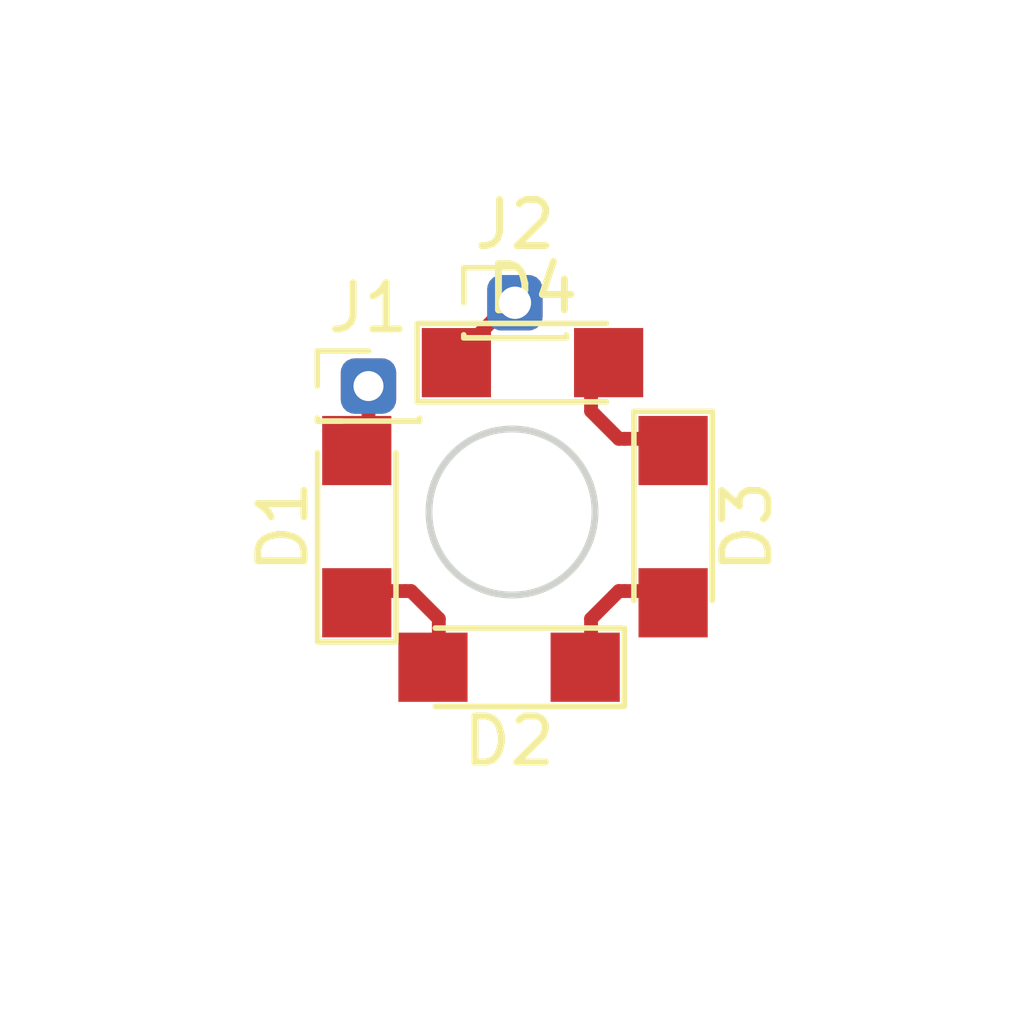
<source format=kicad_pcb>
(kicad_pcb (version 20171130) (host pcbnew "(5.0.0-rc2-39-ga12b9db58)")

  (general
    (thickness 1.6)
    (drawings 3)
    (tracks 16)
    (zones 0)
    (modules 6)
    (nets 6)
  )

  (page A4)
  (layers
    (0 F.Cu signal)
    (31 B.Cu signal)
    (32 B.Adhes user)
    (33 F.Adhes user)
    (34 B.Paste user)
    (35 F.Paste user)
    (36 B.SilkS user)
    (37 F.SilkS user)
    (38 B.Mask user)
    (39 F.Mask user)
    (40 Dwgs.User user)
    (41 Cmts.User user)
    (42 Eco1.User user)
    (43 Eco2.User user)
    (44 Edge.Cuts user)
    (45 Margin user)
    (46 B.CrtYd user)
    (47 F.CrtYd user)
    (48 B.Fab user)
    (49 F.Fab user hide)
  )

  (setup
    (last_trace_width 0.3)
    (trace_clearance 0.4)
    (zone_clearance 0.508)
    (zone_45_only no)
    (trace_min 0.2)
    (segment_width 0.2)
    (edge_width 0.15)
    (via_size 1.2)
    (via_drill 0.8)
    (via_min_size 0.4)
    (via_min_drill 0.3)
    (uvia_size 0.2)
    (uvia_drill 0.1)
    (uvias_allowed no)
    (uvia_min_size 0.2)
    (uvia_min_drill 0.1)
    (pcb_text_width 0.3)
    (pcb_text_size 1.5 1.5)
    (mod_edge_width 0.15)
    (mod_text_size 1 1)
    (mod_text_width 0.15)
    (pad_size 1.2 1.2)
    (pad_drill 0.65)
    (pad_to_mask_clearance 0.2)
    (aux_axis_origin 0 0)
    (visible_elements FFFFFF7F)
    (pcbplotparams
      (layerselection 0x01000_7fffffff)
      (usegerberextensions false)
      (usegerberattributes false)
      (usegerberadvancedattributes false)
      (creategerberjobfile false)
      (excludeedgelayer true)
      (linewidth 0.100000)
      (plotframeref false)
      (viasonmask false)
      (mode 1)
      (useauxorigin false)
      (hpglpennumber 1)
      (hpglpenspeed 20)
      (hpglpendiameter 15.000000)
      (psnegative false)
      (psa4output false)
      (plotreference true)
      (plotvalue true)
      (plotinvisibletext false)
      (padsonsilk false)
      (subtractmaskfromsilk false)
      (outputformat 5)
      (mirror false)
      (drillshape 1)
      (scaleselection 1)
      (outputdirectory ./out))
  )

  (net 0 "")
  (net 1 "Net-(D1-Pad1)")
  (net 2 "Net-(D1-Pad2)")
  (net 3 "Net-(D2-Pad1)")
  (net 4 "Net-(D3-Pad1)")
  (net 5 "Net-(D4-Pad1)")

  (net_class Default "This is the default net class."
    (clearance 0.4)
    (trace_width 0.3)
    (via_dia 1.2)
    (via_drill 0.8)
    (uvia_dia 0.2)
    (uvia_drill 0.1)
    (add_net "Net-(D1-Pad1)")
    (add_net "Net-(D1-Pad2)")
    (add_net "Net-(D2-Pad1)")
    (add_net "Net-(D3-Pad1)")
    (add_net "Net-(D4-Pad1)")
  )

  (module Pin_Headers:Pin_Header_Straight_1x01_Pitch1.27mm (layer F.Cu) (tedit 5B3A94BE) (tstamp 5B432E27)
    (at -3.1115 -2.7305)
    (descr "Through hole straight pin header, 1x01, 1.27mm pitch, single row")
    (tags "Through hole pin header THT 1x01 1.27mm single row")
    (path /5B3C68C5)
    (fp_text reference J1 (at 0 -1.695) (layer F.SilkS)
      (effects (font (size 1 1) (thickness 0.15)))
    )
    (fp_text value Conn_01x01 (at -7.874 0.254) (layer F.Fab)
      (effects (font (size 1 1) (thickness 0.15)))
    )
    (fp_line (start -0.525 -0.635) (end 1.05 -0.635) (layer F.Fab) (width 0.1))
    (fp_line (start 1.05 -0.635) (end 1.05 0.635) (layer F.Fab) (width 0.1))
    (fp_line (start 1.05 0.635) (end -1.05 0.635) (layer F.Fab) (width 0.1))
    (fp_line (start -1.05 0.635) (end -1.05 -0.11) (layer F.Fab) (width 0.1))
    (fp_line (start -1.05 -0.11) (end -0.525 -0.635) (layer F.Fab) (width 0.1))
    (fp_line (start -1.11 0.76) (end 1.11 0.76) (layer F.SilkS) (width 0.12))
    (fp_line (start -1.11 0.76) (end -1.11 0.695) (layer F.SilkS) (width 0.12))
    (fp_line (start 1.11 0.76) (end 1.11 0.695) (layer F.SilkS) (width 0.12))
    (fp_line (start -1.11 0.76) (end -0.563471 0.76) (layer F.SilkS) (width 0.12))
    (fp_line (start 0.563471 0.76) (end 1.11 0.76) (layer F.SilkS) (width 0.12))
    (fp_line (start -1.11 0) (end -1.11 -0.76) (layer F.SilkS) (width 0.12))
    (fp_line (start -1.11 -0.76) (end 0 -0.76) (layer F.SilkS) (width 0.12))
    (fp_line (start -1.55 -1.15) (end -1.55 1.15) (layer F.CrtYd) (width 0.05))
    (fp_line (start -1.55 1.15) (end 1.55 1.15) (layer F.CrtYd) (width 0.05))
    (fp_line (start 1.55 1.15) (end 1.55 -1.15) (layer F.CrtYd) (width 0.05))
    (fp_line (start 1.55 -1.15) (end -1.55 -1.15) (layer F.CrtYd) (width 0.05))
    (fp_text user %R (at 0 0 90) (layer F.Fab)
      (effects (font (size 1 1) (thickness 0.15)))
    )
    (pad 1 thru_hole roundrect (at 0 0) (size 1.2 1.2) (drill 0.65) (layers *.Cu *.Mask) (roundrect_rratio 0.25)
      (net 2 "Net-(D1-Pad2)"))
    (model ${KISYS3DMOD}/Pin_Headers.3dshapes/Pin_Header_Straight_1x01_Pitch1.27mm.wrl
      (at (xyz 0 0 0))
      (scale (xyz 1 1 1))
      (rotate (xyz 0 0 0))
    )
  )

  (module Pin_Headers:Pin_Header_Straight_1x01_Pitch1.27mm (layer F.Cu) (tedit 5B3A94A3) (tstamp 5B5FCEE9)
    (at 0.0635 -4.5365)
    (descr "Through hole straight pin header, 1x01, 1.27mm pitch, single row")
    (tags "Through hole pin header THT 1x01 1.27mm single row")
    (path /5B3C6A40)
    (fp_text reference J2 (at 0 -1.695) (layer F.SilkS)
      (effects (font (size 1 1) (thickness 0.15)))
    )
    (fp_text value Conn_01x01 (at -7.874 0) (layer F.Fab)
      (effects (font (size 1 1) (thickness 0.15)))
    )
    (fp_text user %R (at 0 0 90) (layer F.Fab)
      (effects (font (size 1 1) (thickness 0.15)))
    )
    (fp_line (start 1.55 -1.15) (end -1.55 -1.15) (layer F.CrtYd) (width 0.05))
    (fp_line (start 1.55 1.15) (end 1.55 -1.15) (layer F.CrtYd) (width 0.05))
    (fp_line (start -1.55 1.15) (end 1.55 1.15) (layer F.CrtYd) (width 0.05))
    (fp_line (start -1.55 -1.15) (end -1.55 1.15) (layer F.CrtYd) (width 0.05))
    (fp_line (start -1.11 -0.76) (end 0 -0.76) (layer F.SilkS) (width 0.12))
    (fp_line (start -1.11 0) (end -1.11 -0.76) (layer F.SilkS) (width 0.12))
    (fp_line (start 0.563471 0.76) (end 1.11 0.76) (layer F.SilkS) (width 0.12))
    (fp_line (start -1.11 0.76) (end -0.563471 0.76) (layer F.SilkS) (width 0.12))
    (fp_line (start 1.11 0.76) (end 1.11 0.695) (layer F.SilkS) (width 0.12))
    (fp_line (start -1.11 0.76) (end -1.11 0.695) (layer F.SilkS) (width 0.12))
    (fp_line (start -1.11 0.76) (end 1.11 0.76) (layer F.SilkS) (width 0.12))
    (fp_line (start -1.05 -0.11) (end -0.525 -0.635) (layer F.Fab) (width 0.1))
    (fp_line (start -1.05 0.635) (end -1.05 -0.11) (layer F.Fab) (width 0.1))
    (fp_line (start 1.05 0.635) (end -1.05 0.635) (layer F.Fab) (width 0.1))
    (fp_line (start 1.05 -0.635) (end 1.05 0.635) (layer F.Fab) (width 0.1))
    (fp_line (start -0.525 -0.635) (end 1.05 -0.635) (layer F.Fab) (width 0.1))
    (pad 1 thru_hole roundrect (at 0 0) (size 1.2 1.2) (drill 0.7) (layers *.Cu *.Mask) (roundrect_rratio 0.25)
      (net 5 "Net-(D4-Pad1)"))
    (model ${KISYS3DMOD}/Pin_Headers.3dshapes/Pin_Header_Straight_1x01_Pitch1.27mm.wrl
      (at (xyz 0 0 0))
      (scale (xyz 1 1 1))
      (rotate (xyz 0 0 0))
    )
  )

  (module LEDs:LED_1206 (layer F.Cu) (tedit 5B3E9780) (tstamp 5B433520)
    (at -3.3655 0.3175 90)
    (descr "LED 1206 smd package")
    (tags "LED led 1206 SMD smd SMT smt smdled SMDLED smtled SMTLED")
    (path /5B3C64D4)
    (attr smd)
    (fp_text reference D1 (at 0 -1.6 90) (layer F.SilkS)
      (effects (font (size 1 1) (thickness 0.15)))
    )
    (fp_text value LED (at 0 1.7 90) (layer F.Fab)
      (effects (font (size 1 1) (thickness 0.15)))
    )
    (fp_line (start -2.5 -0.85) (end -2.5 0.85) (layer F.SilkS) (width 0.12))
    (fp_line (start -0.45 -0.4) (end -0.45 0.4) (layer F.Fab) (width 0.1))
    (fp_line (start -0.4 0) (end 0.2 -0.4) (layer F.Fab) (width 0.1))
    (fp_line (start 0.2 0.4) (end -0.4 0) (layer F.Fab) (width 0.1))
    (fp_line (start 0.2 -0.4) (end 0.2 0.4) (layer F.Fab) (width 0.1))
    (fp_line (start 1.6 0.8) (end -1.6 0.8) (layer F.Fab) (width 0.1))
    (fp_line (start 1.6 -0.8) (end 1.6 0.8) (layer F.Fab) (width 0.1))
    (fp_line (start -1.6 -0.8) (end 1.6 -0.8) (layer F.Fab) (width 0.1))
    (fp_line (start -1.6 0.8) (end -1.6 -0.8) (layer F.Fab) (width 0.1))
    (fp_line (start -2.45 0.85) (end 1.6 0.85) (layer F.SilkS) (width 0.12))
    (fp_line (start -2.45 -0.85) (end 1.6 -0.85) (layer F.SilkS) (width 0.12))
    (fp_line (start 2.65 -1) (end 2.65 1) (layer F.CrtYd) (width 0.05))
    (fp_line (start 2.65 1) (end -2.65 1) (layer F.CrtYd) (width 0.05))
    (fp_line (start -2.65 1) (end -2.65 -1) (layer F.CrtYd) (width 0.05))
    (fp_line (start -2.65 -1) (end 2.65 -1) (layer F.CrtYd) (width 0.05))
    (pad 2 smd rect (at 1.65 0 270) (size 1.5 1.5) (layers F.Cu F.Paste F.Mask)
      (net 2 "Net-(D1-Pad2)"))
    (pad 1 smd rect (at -1.65 0 270) (size 1.5 1.5) (layers F.Cu F.Paste F.Mask)
      (net 1 "Net-(D1-Pad1)"))
    (model ${KISYS3DMOD}/LEDs.3dshapes/LED_1206.wrl
      (at (xyz 0 0 0))
      (scale (xyz 1 1 1))
      (rotate (xyz 0 0 180))
    )
  )

  (module LEDs:LED_1206 (layer F.Cu) (tedit 57FE943C) (tstamp 5B433534)
    (at -0.0635 3.3655 180)
    (descr "LED 1206 smd package")
    (tags "LED led 1206 SMD smd SMT smt smdled SMDLED smtled SMTLED")
    (path /5B3C656D)
    (attr smd)
    (fp_text reference D2 (at 0 -1.6 180) (layer F.SilkS)
      (effects (font (size 1 1) (thickness 0.15)))
    )
    (fp_text value LED (at 0 1.7 180) (layer F.Fab)
      (effects (font (size 1 1) (thickness 0.15)))
    )
    (fp_line (start -2.65 -1) (end 2.65 -1) (layer F.CrtYd) (width 0.05))
    (fp_line (start -2.65 1) (end -2.65 -1) (layer F.CrtYd) (width 0.05))
    (fp_line (start 2.65 1) (end -2.65 1) (layer F.CrtYd) (width 0.05))
    (fp_line (start 2.65 -1) (end 2.65 1) (layer F.CrtYd) (width 0.05))
    (fp_line (start -2.45 -0.85) (end 1.6 -0.85) (layer F.SilkS) (width 0.12))
    (fp_line (start -2.45 0.85) (end 1.6 0.85) (layer F.SilkS) (width 0.12))
    (fp_line (start -1.6 0.8) (end -1.6 -0.8) (layer F.Fab) (width 0.1))
    (fp_line (start -1.6 -0.8) (end 1.6 -0.8) (layer F.Fab) (width 0.1))
    (fp_line (start 1.6 -0.8) (end 1.6 0.8) (layer F.Fab) (width 0.1))
    (fp_line (start 1.6 0.8) (end -1.6 0.8) (layer F.Fab) (width 0.1))
    (fp_line (start 0.2 -0.4) (end 0.2 0.4) (layer F.Fab) (width 0.1))
    (fp_line (start 0.2 0.4) (end -0.4 0) (layer F.Fab) (width 0.1))
    (fp_line (start -0.4 0) (end 0.2 -0.4) (layer F.Fab) (width 0.1))
    (fp_line (start -0.45 -0.4) (end -0.45 0.4) (layer F.Fab) (width 0.1))
    (fp_line (start -2.5 -0.85) (end -2.5 0.85) (layer F.SilkS) (width 0.12))
    (pad 1 smd rect (at -1.65 0) (size 1.5 1.5) (layers F.Cu F.Paste F.Mask)
      (net 3 "Net-(D2-Pad1)"))
    (pad 2 smd rect (at 1.65 0) (size 1.5 1.5) (layers F.Cu F.Paste F.Mask)
      (net 1 "Net-(D1-Pad1)"))
    (model ${KISYS3DMOD}/LEDs.3dshapes/LED_1206.wrl
      (at (xyz 0 0 0))
      (scale (xyz 1 1 1))
      (rotate (xyz 0 0 180))
    )
  )

  (module LEDs:LED_1206 (layer F.Cu) (tedit 57FE943C) (tstamp 5B433548)
    (at 3.4925 0.3175 270)
    (descr "LED 1206 smd package")
    (tags "LED led 1206 SMD smd SMT smt smdled SMDLED smtled SMTLED")
    (path /5B3C658D)
    (attr smd)
    (fp_text reference D3 (at 0 -1.6 270) (layer F.SilkS)
      (effects (font (size 1 1) (thickness 0.15)))
    )
    (fp_text value LED (at 0 1.7 270) (layer F.Fab)
      (effects (font (size 1 1) (thickness 0.15)))
    )
    (fp_line (start -2.5 -0.85) (end -2.5 0.85) (layer F.SilkS) (width 0.12))
    (fp_line (start -0.45 -0.4) (end -0.45 0.4) (layer F.Fab) (width 0.1))
    (fp_line (start -0.4 0) (end 0.2 -0.4) (layer F.Fab) (width 0.1))
    (fp_line (start 0.2 0.4) (end -0.4 0) (layer F.Fab) (width 0.1))
    (fp_line (start 0.2 -0.4) (end 0.2 0.4) (layer F.Fab) (width 0.1))
    (fp_line (start 1.6 0.8) (end -1.6 0.8) (layer F.Fab) (width 0.1))
    (fp_line (start 1.6 -0.8) (end 1.6 0.8) (layer F.Fab) (width 0.1))
    (fp_line (start -1.6 -0.8) (end 1.6 -0.8) (layer F.Fab) (width 0.1))
    (fp_line (start -1.6 0.8) (end -1.6 -0.8) (layer F.Fab) (width 0.1))
    (fp_line (start -2.45 0.85) (end 1.6 0.85) (layer F.SilkS) (width 0.12))
    (fp_line (start -2.45 -0.85) (end 1.6 -0.85) (layer F.SilkS) (width 0.12))
    (fp_line (start 2.65 -1) (end 2.65 1) (layer F.CrtYd) (width 0.05))
    (fp_line (start 2.65 1) (end -2.65 1) (layer F.CrtYd) (width 0.05))
    (fp_line (start -2.65 1) (end -2.65 -1) (layer F.CrtYd) (width 0.05))
    (fp_line (start -2.65 -1) (end 2.65 -1) (layer F.CrtYd) (width 0.05))
    (pad 2 smd rect (at 1.65 0 90) (size 1.5 1.5) (layers F.Cu F.Paste F.Mask)
      (net 3 "Net-(D2-Pad1)"))
    (pad 1 smd rect (at -1.65 0 90) (size 1.5 1.5) (layers F.Cu F.Paste F.Mask)
      (net 4 "Net-(D3-Pad1)"))
    (model ${KISYS3DMOD}/LEDs.3dshapes/LED_1206.wrl
      (at (xyz 0 0 0))
      (scale (xyz 1 1 1))
      (rotate (xyz 0 0 180))
    )
  )

  (module LEDs:LED_1206 (layer F.Cu) (tedit 57FE943C) (tstamp 5B4335D6)
    (at 0.4445 -3.2385)
    (descr "LED 1206 smd package")
    (tags "LED led 1206 SMD smd SMT smt smdled SMDLED smtled SMTLED")
    (path /5B3C65B8)
    (attr smd)
    (fp_text reference D4 (at 0 -1.6) (layer F.SilkS)
      (effects (font (size 1 1) (thickness 0.15)))
    )
    (fp_text value LED (at 0 1.7) (layer F.Fab)
      (effects (font (size 1 1) (thickness 0.15)))
    )
    (fp_line (start -2.65 -1) (end 2.65 -1) (layer F.CrtYd) (width 0.05))
    (fp_line (start -2.65 1) (end -2.65 -1) (layer F.CrtYd) (width 0.05))
    (fp_line (start 2.65 1) (end -2.65 1) (layer F.CrtYd) (width 0.05))
    (fp_line (start 2.65 -1) (end 2.65 1) (layer F.CrtYd) (width 0.05))
    (fp_line (start -2.45 -0.85) (end 1.6 -0.85) (layer F.SilkS) (width 0.12))
    (fp_line (start -2.45 0.85) (end 1.6 0.85) (layer F.SilkS) (width 0.12))
    (fp_line (start -1.6 0.8) (end -1.6 -0.8) (layer F.Fab) (width 0.1))
    (fp_line (start -1.6 -0.8) (end 1.6 -0.8) (layer F.Fab) (width 0.1))
    (fp_line (start 1.6 -0.8) (end 1.6 0.8) (layer F.Fab) (width 0.1))
    (fp_line (start 1.6 0.8) (end -1.6 0.8) (layer F.Fab) (width 0.1))
    (fp_line (start 0.2 -0.4) (end 0.2 0.4) (layer F.Fab) (width 0.1))
    (fp_line (start 0.2 0.4) (end -0.4 0) (layer F.Fab) (width 0.1))
    (fp_line (start -0.4 0) (end 0.2 -0.4) (layer F.Fab) (width 0.1))
    (fp_line (start -0.45 -0.4) (end -0.45 0.4) (layer F.Fab) (width 0.1))
    (fp_line (start -2.5 -0.85) (end -2.5 0.85) (layer F.SilkS) (width 0.12))
    (pad 1 smd rect (at -1.65 0 180) (size 1.5 1.5) (layers F.Cu F.Paste F.Mask)
      (net 5 "Net-(D4-Pad1)"))
    (pad 2 smd rect (at 1.65 0 180) (size 1.5 1.5) (layers F.Cu F.Paste F.Mask)
      (net 4 "Net-(D3-Pad1)"))
    (model ${KISYS3DMOD}/LEDs.3dshapes/LED_1206.wrl
      (at (xyz 0 0 0))
      (scale (xyz 1 1 1))
      (rotate (xyz 0 0 180))
    )
  )

  (gr_circle (center 0 0) (end 1.8 0) (layer Edge.Cuts) (width 0.15))
  (gr_circle (center 0 0) (end 5 0) (layer Eco2.User) (width 0.2))
  (gr_circle (center 0 0) (end 11 0) (layer Eco1.User) (width 0.2))

  (segment (start -2.3155 1.7135) (end -3.3655 1.7135) (width 0.3) (layer F.Cu) (net 1))
  (segment (start -2.1885 1.7135) (end -2.3155 1.7135) (width 0.3) (layer F.Cu) (net 1))
  (segment (start -1.5865 2.3155) (end -2.1885 1.7135) (width 0.3) (layer F.Cu) (net 1))
  (segment (start -1.5865 3.3655) (end -1.5865 2.3155) (width 0.3) (layer F.Cu) (net 1))
  (segment (start -3.1115 -1.5865) (end -3.3655 -1.3325) (width 0.3) (layer F.Cu) (net 2))
  (segment (start -3.1115 -2.7305) (end -3.1115 -1.5865) (width 0.3) (layer F.Cu) (net 2))
  (segment (start 2.4425 1.7135) (end 3.4925 1.7135) (width 0.3) (layer F.Cu) (net 3))
  (segment (start 2.3155 1.7135) (end 2.4425 1.7135) (width 0.3) (layer F.Cu) (net 3))
  (segment (start 1.7135 2.3155) (end 2.3155 1.7135) (width 0.3) (layer F.Cu) (net 3))
  (segment (start 1.7135 3.3655) (end 1.7135 2.3155) (width 0.3) (layer F.Cu) (net 3))
  (segment (start 2.4425 -1.5865) (end 3.4925 -1.5865) (width 0.3) (layer F.Cu) (net 4))
  (segment (start 2.3155 -1.5865) (end 2.4425 -1.5865) (width 0.3) (layer F.Cu) (net 4))
  (segment (start 1.7135 -2.1885) (end 2.3155 -1.5865) (width 0.3) (layer F.Cu) (net 4))
  (segment (start 1.7135 -3.2385) (end 1.7135 -2.1885) (width 0.3) (layer F.Cu) (net 4))
  (segment (start -1.3335 -3.2385) (end -0.3175 -4.2545) (width 0.3) (layer F.Cu) (net 5))
  (segment (start -1.5865 -3.2385) (end -1.3335 -3.2385) (width 0.3) (layer F.Cu) (net 5))

)

</source>
